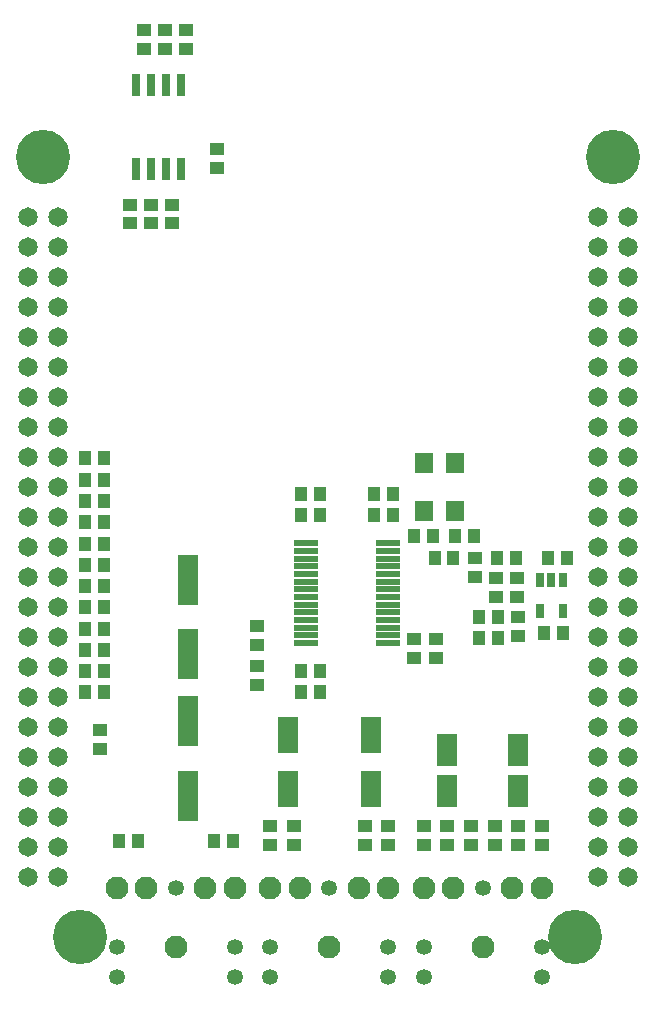
<source format=gts>
G04 (created by PCBNEW-RS274X (2012-05-21 BZR 3261)-stable) date Thu 30 May 2013 05:43:25 PM PDT*
G01*
G70*
G90*
%MOIN*%
G04 Gerber Fmt 3.4, Leading zero omitted, Abs format*
%FSLAX34Y34*%
G04 APERTURE LIST*
%ADD10C,0.008000*%
%ADD11R,0.059100X0.071000*%
%ADD12R,0.041400X0.045400*%
%ADD13R,0.069000X0.169400*%
%ADD14R,0.069000X0.124100*%
%ADD15R,0.029600X0.076900*%
%ADD16R,0.045400X0.041400*%
%ADD17R,0.045400X0.043400*%
%ADD18R,0.043400X0.045400*%
%ADD19C,0.076900*%
%ADD20C,0.053200*%
%ADD21R,0.029600X0.049300*%
%ADD22R,0.069000X0.106400*%
%ADD23C,0.065100*%
%ADD24C,0.181000*%
%ADD25R,0.078800X0.023700*%
G04 APERTURE END LIST*
G54D10*
G54D11*
X38229Y-41555D03*
X38229Y-39941D03*
X37205Y-39941D03*
X37205Y-41555D03*
G54D12*
X37559Y-43110D03*
X38189Y-43110D03*
G54D13*
X29331Y-48563D03*
X29331Y-51043D03*
X29331Y-43839D03*
X29331Y-46319D03*
G54D14*
X32677Y-49035D03*
X32677Y-50807D03*
X35433Y-49035D03*
X35433Y-50807D03*
G54D15*
X29096Y-27343D03*
X28596Y-27343D03*
X28096Y-27343D03*
X27596Y-27343D03*
X27596Y-30139D03*
X28096Y-30139D03*
X28596Y-30139D03*
X29096Y-30139D03*
G54D16*
X27873Y-25512D03*
X27873Y-26142D03*
X28582Y-25512D03*
X28582Y-26142D03*
X29291Y-25512D03*
X29291Y-26142D03*
X28818Y-31969D03*
X28818Y-31339D03*
X28110Y-31969D03*
X28110Y-31339D03*
X27401Y-31969D03*
X27401Y-31339D03*
G54D17*
X30314Y-30118D03*
X30314Y-29488D03*
G54D16*
X37991Y-52047D03*
X37991Y-52677D03*
X40353Y-52047D03*
X40353Y-52677D03*
X40315Y-43779D03*
X40315Y-44409D03*
X37204Y-52047D03*
X37204Y-52677D03*
X41141Y-52047D03*
X41141Y-52677D03*
G54D12*
X27047Y-52560D03*
X27677Y-52560D03*
X30827Y-52559D03*
X30197Y-52559D03*
G54D16*
X32086Y-52047D03*
X32086Y-52677D03*
X36023Y-52047D03*
X36023Y-52677D03*
X32874Y-52047D03*
X32874Y-52677D03*
X35236Y-52047D03*
X35236Y-52677D03*
G54D17*
X38778Y-52047D03*
X38778Y-52677D03*
X31653Y-47363D03*
X31653Y-46733D03*
G54D18*
X33740Y-41693D03*
X33110Y-41693D03*
X33740Y-46890D03*
X33110Y-46890D03*
X36181Y-41693D03*
X35551Y-41693D03*
G54D17*
X36890Y-45827D03*
X36890Y-46457D03*
X39566Y-52047D03*
X39566Y-52677D03*
G54D12*
X26535Y-46181D03*
X25905Y-46181D03*
X26535Y-43346D03*
X25905Y-43346D03*
X26535Y-44764D03*
X25905Y-44764D03*
X39055Y-45787D03*
X39685Y-45787D03*
X39685Y-45079D03*
X39055Y-45079D03*
X40276Y-43110D03*
X39646Y-43110D03*
X26535Y-47598D03*
X25905Y-47598D03*
X26535Y-46890D03*
X25905Y-46890D03*
G54D16*
X26417Y-48858D03*
X26417Y-49488D03*
G54D12*
X26535Y-45472D03*
X25905Y-45472D03*
X26535Y-44055D03*
X25905Y-44055D03*
X25905Y-40512D03*
X26535Y-40512D03*
X25905Y-41929D03*
X26535Y-41929D03*
X25905Y-41220D03*
X26535Y-41220D03*
X25905Y-39803D03*
X26535Y-39803D03*
X25905Y-42638D03*
X26535Y-42638D03*
G54D16*
X39606Y-43779D03*
X39606Y-44409D03*
G54D12*
X38228Y-42402D03*
X38858Y-42402D03*
G54D17*
X31653Y-46024D03*
X31653Y-45394D03*
G54D18*
X37520Y-42402D03*
X36890Y-42402D03*
G54D17*
X38898Y-43110D03*
X38898Y-43740D03*
G54D18*
X41850Y-45630D03*
X41220Y-45630D03*
G54D17*
X40354Y-45079D03*
X40354Y-45709D03*
G54D18*
X41969Y-43110D03*
X41339Y-43110D03*
G54D17*
X37598Y-45827D03*
X37598Y-46457D03*
G54D18*
X36181Y-40984D03*
X35551Y-40984D03*
X33740Y-47599D03*
X33110Y-47599D03*
X33740Y-40984D03*
X33110Y-40984D03*
G54D19*
X37203Y-54133D03*
X41141Y-54133D03*
X39172Y-56102D03*
G54D20*
X39172Y-54133D03*
X37203Y-56102D03*
X41141Y-56102D03*
X37203Y-57086D03*
X41141Y-57086D03*
G54D19*
X40156Y-54133D03*
X38188Y-54133D03*
X26968Y-54134D03*
X30906Y-54134D03*
X28937Y-56103D03*
G54D20*
X28937Y-54134D03*
X26968Y-56103D03*
X30906Y-56103D03*
X26968Y-57087D03*
X30906Y-57087D03*
G54D19*
X29921Y-54134D03*
X27953Y-54134D03*
X32086Y-54133D03*
X36024Y-54133D03*
X34055Y-56102D03*
G54D20*
X34055Y-54133D03*
X32086Y-56102D03*
X36024Y-56102D03*
X32086Y-57086D03*
X36024Y-57086D03*
G54D19*
X35039Y-54133D03*
X33071Y-54133D03*
G54D21*
X41831Y-43839D03*
X41457Y-43839D03*
X41083Y-43839D03*
X41083Y-44901D03*
X41831Y-44901D03*
G54D22*
X40353Y-49507D03*
X40353Y-50885D03*
X37991Y-49507D03*
X37991Y-50885D03*
G54D23*
X24000Y-31750D03*
X25000Y-31750D03*
X24000Y-32750D03*
X25000Y-32750D03*
X24000Y-33750D03*
X25000Y-33750D03*
X24000Y-34750D03*
X25000Y-34750D03*
X24000Y-35750D03*
X25000Y-35750D03*
X24000Y-36750D03*
X25000Y-36750D03*
X24000Y-37750D03*
X25000Y-37750D03*
X24000Y-38750D03*
X25000Y-38750D03*
X24000Y-39750D03*
X25000Y-39750D03*
X24000Y-40750D03*
X25000Y-40750D03*
X24000Y-41750D03*
X25000Y-41750D03*
X24000Y-42750D03*
X25000Y-42750D03*
X24000Y-43750D03*
X25000Y-43750D03*
X24000Y-44750D03*
X25000Y-44750D03*
X24000Y-45750D03*
X25000Y-45750D03*
X24000Y-46750D03*
X25000Y-46750D03*
X24000Y-47750D03*
X25000Y-47750D03*
X24000Y-48750D03*
X25000Y-48750D03*
X24000Y-49750D03*
X25000Y-49750D03*
X24000Y-50750D03*
X25000Y-50750D03*
X24000Y-51750D03*
X25000Y-51750D03*
X24000Y-52750D03*
X25000Y-52750D03*
X24000Y-53750D03*
X25000Y-53750D03*
X43000Y-31750D03*
X44000Y-31750D03*
X43000Y-32750D03*
X44000Y-32750D03*
X43000Y-33750D03*
X44000Y-33750D03*
X43000Y-34750D03*
X44000Y-34750D03*
X43000Y-35750D03*
X44000Y-35750D03*
X43000Y-36750D03*
X44000Y-36750D03*
X43000Y-37750D03*
X44000Y-37750D03*
X43000Y-38750D03*
X44000Y-38750D03*
X43000Y-39750D03*
X44000Y-39750D03*
X43000Y-40750D03*
X44000Y-40750D03*
X43000Y-41750D03*
X44000Y-41750D03*
X43000Y-42750D03*
X44000Y-42750D03*
X43000Y-43750D03*
X44000Y-43750D03*
X43000Y-44750D03*
X44000Y-44750D03*
X43000Y-45750D03*
X44000Y-45750D03*
X43000Y-46750D03*
X44000Y-46750D03*
X43000Y-47750D03*
X44000Y-47750D03*
X43000Y-48750D03*
X44000Y-48750D03*
X43000Y-49750D03*
X44000Y-49750D03*
X43000Y-50750D03*
X44000Y-50750D03*
X43000Y-51750D03*
X44000Y-51750D03*
X43000Y-52750D03*
X44000Y-52750D03*
X43000Y-53750D03*
X44000Y-53750D03*
G54D24*
X24500Y-29750D03*
X43500Y-29750D03*
X25750Y-55750D03*
X42250Y-55750D03*
G54D25*
X33266Y-42629D03*
X33266Y-42885D03*
X33266Y-43140D03*
X33266Y-43396D03*
X33266Y-43652D03*
X33266Y-43908D03*
X33266Y-44164D03*
X33266Y-44420D03*
X33266Y-44676D03*
X33266Y-44932D03*
X33266Y-45188D03*
X33266Y-45444D03*
X33266Y-45699D03*
X33266Y-45955D03*
X36022Y-45955D03*
X36022Y-45699D03*
X36022Y-45444D03*
X36022Y-45188D03*
X36022Y-44932D03*
X36022Y-44676D03*
X36022Y-44420D03*
X36022Y-44164D03*
X36022Y-43908D03*
X36022Y-43652D03*
X36022Y-43396D03*
X36022Y-43140D03*
X36022Y-42885D03*
X36022Y-42629D03*
M02*

</source>
